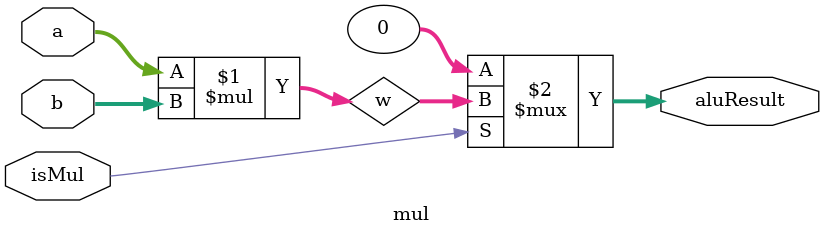
<source format=v>
module mul(
    input [31:0] a,
    input [31:0] b,
    input isMul,
    output [31:0] aluResult
);

    wire [31:0] w ;
    assign w = a*b;
    assign aluResult = (isMul)?  w: 32'b0;
    
endmodule

</source>
